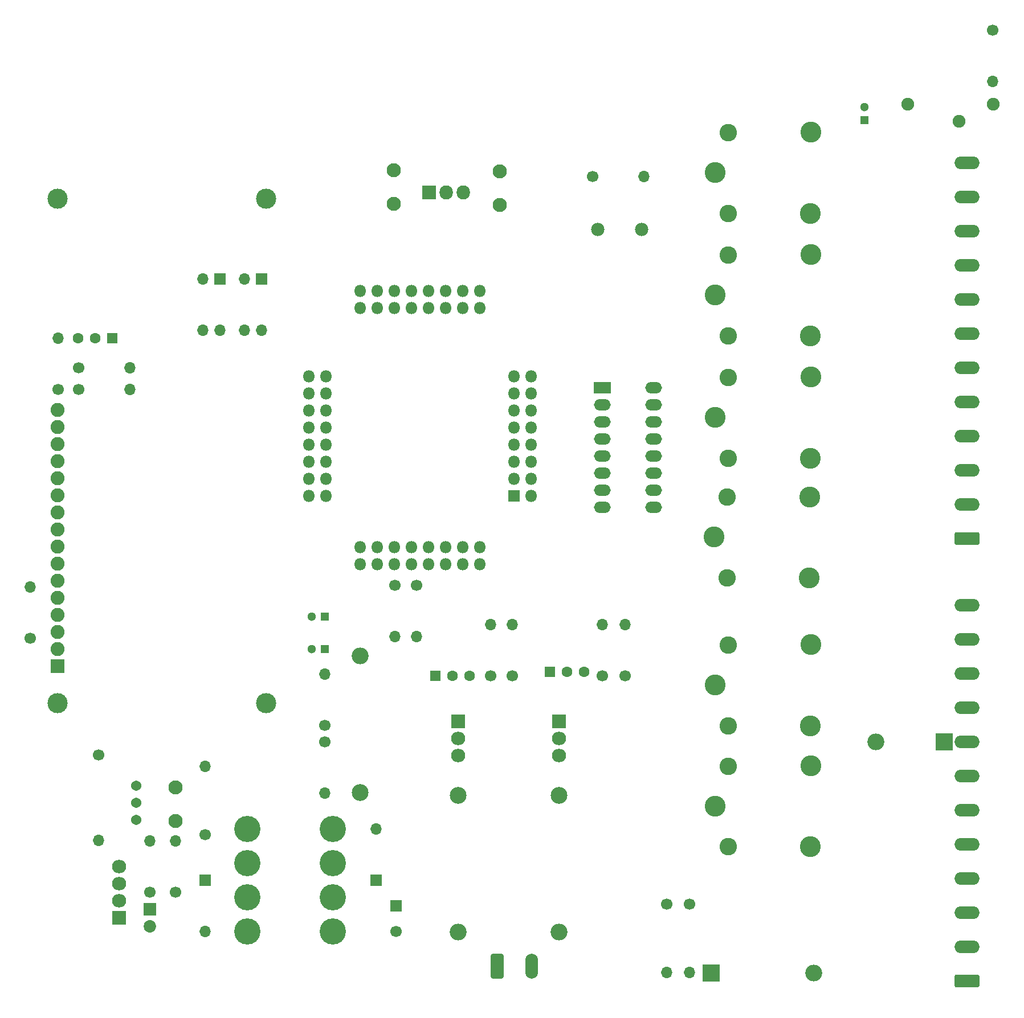
<source format=gbr>
%TF.GenerationSoftware,KiCad,Pcbnew,(5.1.6)-1*%
%TF.CreationDate,2021-02-23T05:00:00+06:00*%
%TF.ProjectId,Cabinate,43616269-6e61-4746-952e-6b696361645f,rev?*%
%TF.SameCoordinates,Original*%
%TF.FileFunction,Soldermask,Top*%
%TF.FilePolarity,Negative*%
%FSLAX46Y46*%
G04 Gerber Fmt 4.6, Leading zero omitted, Abs format (unit mm)*
G04 Created by KiCad (PCBNEW (5.1.6)-1) date 2021-02-23 05:00:00*
%MOMM*%
%LPD*%
G01*
G04 APERTURE LIST*
%ADD10O,1.900000X3.700000*%
%ADD11C,1.900000*%
%ADD12O,1.700000X1.700000*%
%ADD13C,1.700000*%
%ADD14R,1.600000X1.600000*%
%ADD15C,1.600000*%
%ADD16C,1.300000*%
%ADD17R,1.300000X1.300000*%
%ADD18C,2.100000*%
%ADD19O,2.005000X2.100000*%
%ADD20R,2.005000X2.100000*%
%ADD21O,2.500000X2.500000*%
%ADD22R,2.500000X2.500000*%
%ADD23C,2.500000*%
%ADD24R,1.700000X1.700000*%
%ADD25C,1.981200*%
%ADD26C,3.002280*%
%ADD27C,2.082800*%
%ADD28R,2.082800X2.082800*%
%ADD29O,2.100000X2.005000*%
%ADD30R,2.100000X2.005000*%
%ADD31C,1.540000*%
%ADD32C,1.854200*%
%ADD33R,1.854200X1.854200*%
%ADD34C,3.100000*%
%ADD35C,2.600000*%
%ADD36O,3.700000X1.900000*%
%ADD37C,3.910000*%
%ADD38O,2.500000X1.700000*%
%ADD39R,2.500000X1.700000*%
%ADD40O,1.800000X1.800000*%
%ADD41R,1.800000X1.800000*%
G04 APERTURE END LIST*
D10*
%TO.C,J3*%
X127280000Y-154600000D03*
G36*
G01*
X121250000Y-156186111D02*
X121250000Y-153013889D01*
G75*
G02*
X121513889Y-152750000I263889J0D01*
G01*
X122886111Y-152750000D01*
G75*
G02*
X123150000Y-153013889I0J-263889D01*
G01*
X123150000Y-156186111D01*
G75*
G02*
X122886111Y-156450000I-263889J0D01*
G01*
X121513889Y-156450000D01*
G75*
G02*
X121250000Y-156186111I0J263889D01*
G01*
G37*
%TD*%
D11*
%TO.C,RV2*%
X195900000Y-26400000D03*
X190820000Y-28940000D03*
X183200000Y-26400000D03*
%TD*%
D12*
%TO.C,R23*%
X195800000Y-23020000D03*
D13*
X195800000Y-15400000D03*
%TD*%
D12*
%TO.C,R22*%
X67620000Y-68800000D03*
D13*
X60000000Y-68800000D03*
%TD*%
D12*
%TO.C,R21*%
X57000000Y-61180000D03*
D13*
X57000000Y-68800000D03*
%TD*%
D12*
%TO.C,R20*%
X67620000Y-65600000D03*
D13*
X60000000Y-65600000D03*
%TD*%
D14*
%TO.C,Q5*%
X65000000Y-61200000D03*
D15*
X59920000Y-61200000D03*
X62460000Y-61200000D03*
%TD*%
D16*
%TO.C,C8*%
X176800000Y-26800000D03*
D17*
X176800000Y-28800000D03*
%TD*%
D18*
%TO.C,C7*%
X122600000Y-36400000D03*
X122600000Y-41400000D03*
%TD*%
%TO.C,C6*%
X106800000Y-36200000D03*
X106800000Y-41200000D03*
%TD*%
D19*
%TO.C,U6*%
X117190000Y-39500000D03*
X114650000Y-39500000D03*
D20*
X112110000Y-39500000D03*
%TD*%
D12*
%TO.C,R19*%
X110200000Y-105620000D03*
D13*
X110200000Y-98000000D03*
%TD*%
D21*
%TO.C,D4*%
X178440000Y-121200000D03*
D22*
X188600000Y-121200000D03*
%TD*%
D16*
%TO.C,C5*%
X94600000Y-107400000D03*
D17*
X96600000Y-107400000D03*
%TD*%
D21*
%TO.C,R18*%
X101800000Y-108480000D03*
D23*
X101800000Y-128800000D03*
%TD*%
D12*
%TO.C,R17*%
X96600000Y-128820000D03*
D13*
X96600000Y-121200000D03*
%TD*%
D12*
%TO.C,R16*%
X96600000Y-111180000D03*
D13*
X96600000Y-118800000D03*
%TD*%
D12*
%TO.C,R14*%
X147400000Y-155560000D03*
D13*
X147400000Y-145400000D03*
%TD*%
D12*
%TO.C,R15*%
X150800000Y-155560000D03*
D13*
X150800000Y-145400000D03*
%TD*%
D12*
%TO.C,U5*%
X81000000Y-60020000D03*
X78460000Y-52400000D03*
X78460000Y-60020000D03*
D24*
X81000000Y-52400000D03*
%TD*%
D12*
%TO.C,U4*%
X87200000Y-60020000D03*
X84660000Y-52400000D03*
X84660000Y-60020000D03*
D24*
X87200000Y-52400000D03*
%TD*%
D12*
%TO.C,R13*%
X107000000Y-105620000D03*
D13*
X107000000Y-98000000D03*
%TD*%
D16*
%TO.C,C4*%
X94600000Y-102600000D03*
D17*
X96600000Y-102600000D03*
%TD*%
D12*
%TO.C,R12*%
X144020000Y-37200000D03*
D13*
X136400000Y-37200000D03*
%TD*%
D25*
%TO.C,LS1*%
X137151340Y-45000000D03*
X143648660Y-45000000D03*
%TD*%
D12*
%TO.C,R11*%
X52800000Y-98180000D03*
D13*
X52800000Y-105800000D03*
%TD*%
D26*
%TO.C,LCD1*%
X87899080Y-40501980D03*
X56900920Y-40501980D03*
X87899080Y-115498020D03*
X56900920Y-115498020D03*
D27*
X56900920Y-71901460D03*
X56900920Y-74441460D03*
X56900920Y-76981460D03*
X56900920Y-79518920D03*
X56900920Y-82058920D03*
X56900920Y-84598920D03*
X56900920Y-87138920D03*
X56900920Y-89678920D03*
X56900920Y-92218920D03*
X56900920Y-94758920D03*
X56900920Y-97298920D03*
X56900920Y-99838920D03*
X56900920Y-102378920D03*
X56900920Y-104918920D03*
X56900920Y-107458920D03*
D28*
X56900920Y-109998920D03*
%TD*%
D12*
%TO.C,R10*%
X121200000Y-103780000D03*
D13*
X121200000Y-111400000D03*
%TD*%
D12*
%TO.C,R9*%
X137800000Y-103780000D03*
D13*
X137800000Y-111400000D03*
%TD*%
D12*
%TO.C,R8*%
X124400000Y-103780000D03*
D13*
X124400000Y-111400000D03*
%TD*%
D12*
%TO.C,R7*%
X141200000Y-103780000D03*
D13*
X141200000Y-111400000D03*
%TD*%
D14*
%TO.C,Q4*%
X113000000Y-111400000D03*
D15*
X118080000Y-111400000D03*
X115540000Y-111400000D03*
%TD*%
D14*
%TO.C,Q3*%
X130000000Y-110800000D03*
D15*
X135080000Y-110800000D03*
X132540000Y-110800000D03*
%TD*%
D21*
%TO.C,R6*%
X116400000Y-149520000D03*
D23*
X116400000Y-129200000D03*
%TD*%
D21*
%TO.C,R5*%
X131400000Y-149520000D03*
D23*
X131400000Y-129200000D03*
%TD*%
D29*
%TO.C,Q2*%
X116400000Y-123280000D03*
X116400000Y-120740000D03*
D30*
X116400000Y-118200000D03*
%TD*%
D29*
%TO.C,Q1*%
X131400000Y-123280000D03*
X131400000Y-120740000D03*
D30*
X131400000Y-118200000D03*
%TD*%
D12*
%TO.C,R4*%
X74400000Y-135980000D03*
D13*
X74400000Y-143600000D03*
%TD*%
D31*
%TO.C,RV1*%
X68600000Y-127720000D03*
X68600000Y-130260000D03*
X68600000Y-132800000D03*
%TD*%
D13*
%TO.C,C3*%
X107200000Y-149400000D03*
D24*
X107200000Y-145600000D03*
%TD*%
D12*
%TO.C,D3*%
X104200000Y-134180000D03*
D24*
X104200000Y-141800000D03*
%TD*%
D12*
%TO.C,R3*%
X63000000Y-135900000D03*
D13*
X63000000Y-123200000D03*
%TD*%
D12*
%TO.C,R2*%
X70600000Y-135980000D03*
D13*
X70600000Y-143600000D03*
%TD*%
D32*
%TO.C,C2*%
X70600000Y-148649680D03*
D33*
X70600000Y-146150320D03*
%TD*%
D34*
%TO.C,K6*%
X154600000Y-36600000D03*
D35*
X156550000Y-30650000D03*
D34*
X168800000Y-30600000D03*
X168750000Y-42650000D03*
D35*
X156550000Y-42650000D03*
%TD*%
D34*
%TO.C,K5*%
X154600000Y-54800000D03*
D35*
X156550000Y-48850000D03*
D34*
X168800000Y-48800000D03*
X168750000Y-60850000D03*
D35*
X156550000Y-60850000D03*
%TD*%
D34*
%TO.C,K4*%
X154600000Y-73000000D03*
D35*
X156550000Y-67050000D03*
D34*
X168800000Y-67000000D03*
X168750000Y-79050000D03*
D35*
X156550000Y-79050000D03*
%TD*%
D34*
%TO.C,K3*%
X154400000Y-90800000D03*
D35*
X156350000Y-84850000D03*
D34*
X168600000Y-84800000D03*
X168550000Y-96850000D03*
D35*
X156350000Y-96850000D03*
%TD*%
D34*
%TO.C,K2*%
X154600000Y-112800000D03*
D35*
X156550000Y-106850000D03*
D34*
X168800000Y-106800000D03*
X168750000Y-118850000D03*
D35*
X156550000Y-118850000D03*
%TD*%
D34*
%TO.C,K1*%
X154600000Y-130800000D03*
D35*
X156550000Y-124850000D03*
D34*
X168800000Y-124800000D03*
X168750000Y-136850000D03*
D35*
X156550000Y-136850000D03*
%TD*%
D21*
%TO.C,D2*%
X169240000Y-155600000D03*
D22*
X154000000Y-155600000D03*
%TD*%
D12*
%TO.C,R1*%
X78800000Y-124840000D03*
D13*
X78800000Y-135000000D03*
%TD*%
D36*
%TO.C,J2*%
X192000000Y-35120000D03*
X192000000Y-40200000D03*
X192000000Y-45280000D03*
X192000000Y-50360000D03*
X192000000Y-55440000D03*
X192000000Y-60520000D03*
X192000000Y-65600000D03*
X192000000Y-70680000D03*
X192000000Y-75760000D03*
X192000000Y-80840000D03*
X192000000Y-85920000D03*
G36*
G01*
X193586111Y-91950000D02*
X190413889Y-91950000D01*
G75*
G02*
X190150000Y-91686111I0J263889D01*
G01*
X190150000Y-90313889D01*
G75*
G02*
X190413889Y-90050000I263889J0D01*
G01*
X193586111Y-90050000D01*
G75*
G02*
X193850000Y-90313889I0J-263889D01*
G01*
X193850000Y-91686111D01*
G75*
G02*
X193586111Y-91950000I-263889J0D01*
G01*
G37*
%TD*%
%TO.C,J1*%
X192000000Y-100920000D03*
X192000000Y-106000000D03*
X192000000Y-111080000D03*
X192000000Y-116160000D03*
X192000000Y-121240000D03*
X192000000Y-126320000D03*
X192000000Y-131400000D03*
X192000000Y-136480000D03*
X192000000Y-141560000D03*
X192000000Y-146640000D03*
X192000000Y-151720000D03*
G36*
G01*
X193586111Y-157750000D02*
X190413889Y-157750000D01*
G75*
G02*
X190150000Y-157486111I0J263889D01*
G01*
X190150000Y-156113889D01*
G75*
G02*
X190413889Y-155850000I263889J0D01*
G01*
X193586111Y-155850000D01*
G75*
G02*
X193850000Y-156113889I0J-263889D01*
G01*
X193850000Y-157486111D01*
G75*
G02*
X193586111Y-157750000I-263889J0D01*
G01*
G37*
%TD*%
D12*
%TO.C,D1*%
X78800000Y-149420000D03*
D24*
X78800000Y-141800000D03*
%TD*%
D18*
%TO.C,C1*%
X74400000Y-133000000D03*
X74400000Y-128000000D03*
%TD*%
D37*
%TO.C,TX1*%
X97750000Y-149420000D03*
X85050000Y-149420000D03*
X97750000Y-134180000D03*
X85050000Y-134180000D03*
X97750000Y-144340000D03*
X85050000Y-144340000D03*
X97750000Y-139260000D03*
X85050000Y-139260000D03*
%TD*%
D29*
%TO.C,U3*%
X66000000Y-139780000D03*
X66000000Y-142320000D03*
X66000000Y-144860000D03*
D30*
X66000000Y-147400000D03*
%TD*%
D38*
%TO.C,U2*%
X145420000Y-68600000D03*
X137800000Y-86380000D03*
X145420000Y-71140000D03*
X137800000Y-83840000D03*
X145420000Y-73680000D03*
X137800000Y-81300000D03*
X145420000Y-76220000D03*
X137800000Y-78760000D03*
X145420000Y-78760000D03*
X137800000Y-76220000D03*
X145420000Y-81300000D03*
X137800000Y-73680000D03*
X145420000Y-83840000D03*
X137800000Y-71140000D03*
X145420000Y-86380000D03*
D39*
X137800000Y-68600000D03*
%TD*%
D40*
%TO.C,U1*%
X109460000Y-94830000D03*
X119620000Y-92290000D03*
X119620000Y-94830000D03*
X117080000Y-92290000D03*
X117080000Y-94830000D03*
X114540000Y-92290000D03*
X114540000Y-94830000D03*
X112000000Y-92290000D03*
X112000000Y-94830000D03*
X109460000Y-92290000D03*
X106920000Y-92290000D03*
X106920000Y-94830000D03*
X104380000Y-94830000D03*
X101840000Y-92290000D03*
X101840000Y-94830000D03*
X104380000Y-92290000D03*
X94220000Y-66890000D03*
X96760000Y-66890000D03*
X94220000Y-69430000D03*
X96760000Y-69430000D03*
X94220000Y-71970000D03*
X96760000Y-71970000D03*
X94220000Y-74510000D03*
X96760000Y-74510000D03*
X94220000Y-77050000D03*
X96760000Y-77050000D03*
X94220000Y-79590000D03*
X96760000Y-79590000D03*
X94220000Y-82130000D03*
X96760000Y-82130000D03*
X94220000Y-84670000D03*
X96760000Y-84670000D03*
X127240000Y-84670000D03*
D41*
X124700000Y-84670000D03*
D40*
X127240000Y-82130000D03*
X124700000Y-82130000D03*
X127240000Y-79590000D03*
X124700000Y-79590000D03*
X127240000Y-77050000D03*
X124700000Y-77050000D03*
X127240000Y-74510000D03*
X124700000Y-74510000D03*
X127240000Y-71970000D03*
X124700000Y-71970000D03*
X127240000Y-69430000D03*
X124700000Y-69430000D03*
X127240000Y-66890000D03*
X124700000Y-66890000D03*
X104380000Y-54190000D03*
X101840000Y-56730000D03*
X101840000Y-54190000D03*
X104380000Y-56730000D03*
X106920000Y-56730000D03*
X106920000Y-54190000D03*
X109460000Y-56730000D03*
X109460000Y-54190000D03*
X112000000Y-56730000D03*
X112000000Y-54190000D03*
X114540000Y-56730000D03*
X114540000Y-54190000D03*
X117080000Y-56730000D03*
X117080000Y-54190000D03*
X119620000Y-56730000D03*
X119620000Y-54190000D03*
%TD*%
M02*

</source>
